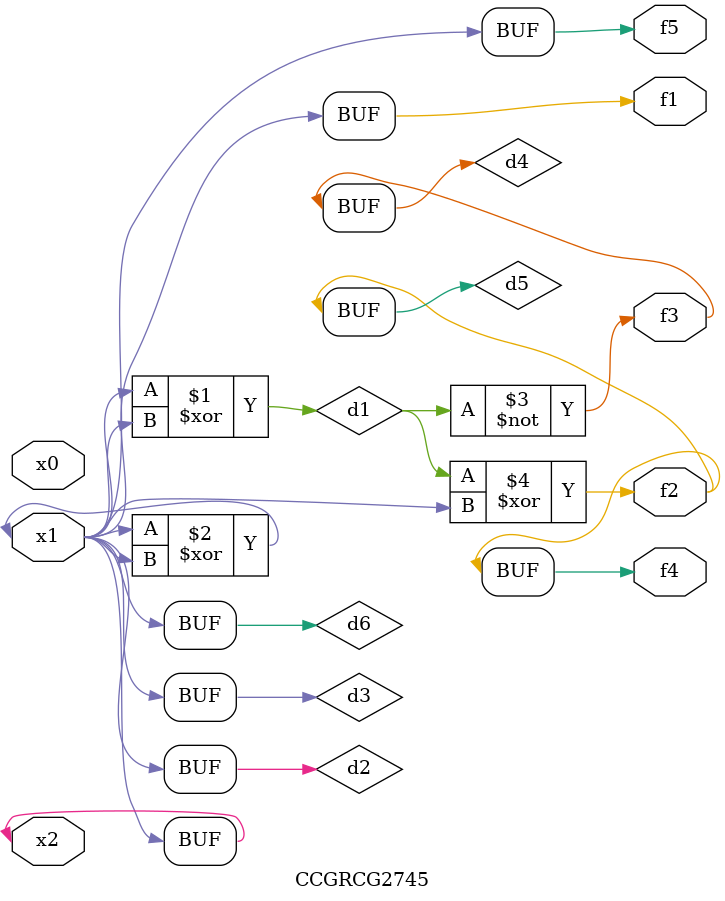
<source format=v>
module CCGRCG2745(
	input x0, x1, x2,
	output f1, f2, f3, f4, f5
);

	wire d1, d2, d3, d4, d5, d6;

	xor (d1, x1, x2);
	buf (d2, x1, x2);
	xor (d3, x1, x2);
	nor (d4, d1);
	xor (d5, d1, d2);
	buf (d6, d2, d3);
	assign f1 = d6;
	assign f2 = d5;
	assign f3 = d4;
	assign f4 = d5;
	assign f5 = d6;
endmodule

</source>
